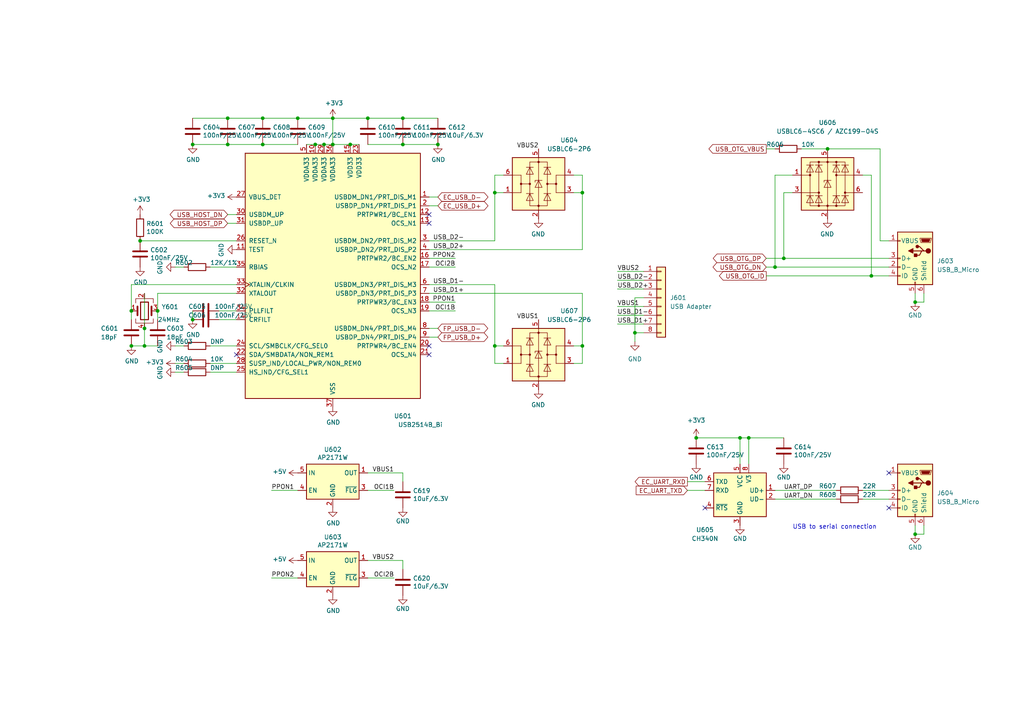
<source format=kicad_sch>
(kicad_sch (version 20210621) (generator eeschema)
  (paper "A4")
  (title_block (title "Lancer Mainboard") (date "2021-10-25") (rev "R0.1") (company "Copyright Modos 2021. / Engineer: Wenting Zhang") (comment 2 "MERCHANTABILITY, SATISFACTORY QUALITY AND FITNESS FOR A PARTICULAR PURPOSE.") (comment 3 "This source is distributed WITHOUT ANY EXPRESS OR IMPLIED WARRANTY, INCLUDING OF") (comment 4 "This source describes Open Hardware and is licensed under the CERN-OHL-S v2."))
  (lib_symbols
    (symbol "Connector:USB_B_Micro" (pin_names (offset 1.016))
      (property "Reference" "J" (at -5.08 11.43 0))
      (property "Value" "USB_B_Micro" (at -5.08 8.89 0))
      (symbol "USB_B_Micro_0_1"
        (circle (center -3.81 2.159) (radius 0.635) (stroke (width 0.254)) (fill (type outline)))
        (circle (center -0.635 3.429) (radius 0.381) (stroke (width 0.254)) (fill (type outline)))
        (rectangle (start -0.127 -7.62) (end 0.127 -6.858))
        (rectangle (start 5.08 -5.207) (end 4.318 -4.953))
        (rectangle (start 5.08 -2.667) (end 4.318 -2.413))
        (rectangle (start 5.08 -0.127) (end 4.318 0.127))
        (rectangle (start 5.08 4.953) (end 4.318 5.207))
        (rectangle (start 0.254 1.27) (end -0.508 0.508) (stroke (width 0.254)) (fill (type outline)))
        (rectangle (start -5.08 -7.62) (end 5.08 7.62) (stroke (width 0.254)) (fill (type background)))
        (polyline (pts (xy -1.905 2.159) (xy 0.635 2.159)) (stroke (width 0.254)))
        (polyline (pts (xy -3.175 2.159) (xy -2.54 2.159) (xy -1.27 3.429) (xy -0.635 3.429)) (stroke (width 0.254)))
        (polyline (pts (xy -2.54 2.159) (xy -1.905 2.159) (xy -1.27 0.889) (xy 0 0.889)) (stroke (width 0.254)))
        (polyline (pts (xy -4.699 5.842) (xy -4.699 5.588) (xy -4.445 4.826) (xy -4.445 4.572) (xy -1.651 4.572) (xy -1.651 4.826) (xy -1.397 5.588) (xy -1.397 5.842) (xy -4.699 5.842)))
        (polyline (pts (xy 0.635 2.794) (xy 0.635 1.524) (xy 1.905 2.159) (xy 0.635 2.794)) (stroke (width 0.254)) (fill (type outline)))
        (polyline (pts (xy -4.318 5.588) (xy -1.778 5.588) (xy -2.032 4.826) (xy -4.064 4.826) (xy -4.318 5.588)) (fill (type outline)))
      )
      (symbol "USB_B_Micro_1_1"
        (pin power_out line (at 7.62 5.08 180) (length 2.54) (name "VBUS") (number "1"))
        (pin bidirectional line (at 7.62 -2.54 180) (length 2.54) (name "D-") (number "2"))
        (pin bidirectional line (at 7.62 0 180) (length 2.54) (name "D+") (number "3"))
        (pin passive line (at 7.62 -5.08 180) (length 2.54) (name "ID") (number "4"))
        (pin power_out line (at 0 -10.16 90) (length 2.54) (name "GND") (number "5"))
        (pin passive line (at -2.54 -10.16 90) (length 2.54) (name "Shield") (number "6"))
      )
    )
    (symbol "Connector_Generic:Conn_01x08" (pin_names (offset 1.016) hide)
      (property "Reference" "J" (at 0 10.16 0))
      (property "Value" "Conn_01x08" (at 0 -12.7 0))
      (symbol "Conn_01x08_1_1"
        (rectangle (start -1.27 -10.033) (end 0 -10.287) (stroke (width 0.1524)))
        (rectangle (start -1.27 -7.493) (end 0 -7.747) (stroke (width 0.1524)))
        (rectangle (start -1.27 -4.953) (end 0 -5.207) (stroke (width 0.1524)))
        (rectangle (start -1.27 -2.413) (end 0 -2.667) (stroke (width 0.1524)))
        (rectangle (start -1.27 0.127) (end 0 -0.127) (stroke (width 0.1524)))
        (rectangle (start -1.27 2.667) (end 0 2.413) (stroke (width 0.1524)))
        (rectangle (start -1.27 5.207) (end 0 4.953) (stroke (width 0.1524)))
        (rectangle (start -1.27 7.747) (end 0 7.493) (stroke (width 0.1524)))
        (rectangle (start -1.27 8.89) (end 1.27 -11.43) (stroke (width 0.254)) (fill (type background)))
        (pin passive line (at -5.08 7.62 0) (length 3.81) (name "Pin_1") (number "1"))
        (pin passive line (at -5.08 5.08 0) (length 3.81) (name "Pin_2") (number "2"))
        (pin passive line (at -5.08 2.54 0) (length 3.81) (name "Pin_3") (number "3"))
        (pin passive line (at -5.08 0 0) (length 3.81) (name "Pin_4") (number "4"))
        (pin passive line (at -5.08 -2.54 0) (length 3.81) (name "Pin_5") (number "5"))
        (pin passive line (at -5.08 -5.08 0) (length 3.81) (name "Pin_6") (number "6"))
        (pin passive line (at -5.08 -7.62 0) (length 3.81) (name "Pin_7") (number "7"))
        (pin passive line (at -5.08 -10.16 0) (length 3.81) (name "Pin_8") (number "8"))
      )
    )
    (symbol "Device:C" (pin_numbers hide) (pin_names (offset 0.254))
      (property "Reference" "C" (at 0.635 2.54 0))
      (property "Value" "C" (at 0.635 -2.54 0))
      (symbol "C_0_1"
        (polyline (pts (xy -2.032 -0.762) (xy 2.032 -0.762)) (stroke (width 0.508)))
        (polyline (pts (xy -2.032 0.762) (xy 2.032 0.762)) (stroke (width 0.508)))
      )
      (symbol "C_1_1"
        (pin passive line (at 0 3.81 270) (length 2.794) (name "~") (number "1"))
        (pin passive line (at 0 -3.81 90) (length 2.794) (name "~") (number "2"))
      )
    )
    (symbol "Device:Crystal_GND24" (pin_names (offset 1.016) hide)
      (property "Reference" "Y" (at 3.175 5.08 0))
      (property "Value" "Crystal_GND24" (at 3.175 3.175 0))
      (symbol "Crystal_GND24_0_1"
        (rectangle (start -1.143 2.54) (end 1.143 -2.54) (stroke (width 0.3048)))
        (polyline (pts (xy -2.54 0) (xy -2.032 0)))
        (polyline (pts (xy -2.032 -1.27) (xy -2.032 1.27)) (stroke (width 0.508)))
        (polyline (pts (xy 0 -3.81) (xy 0 -3.556)))
        (polyline (pts (xy 0 3.556) (xy 0 3.81)))
        (polyline (pts (xy 2.032 -1.27) (xy 2.032 1.27)) (stroke (width 0.508)))
        (polyline (pts (xy 2.032 0) (xy 2.54 0)))
        (polyline (pts (xy -2.54 -2.286) (xy -2.54 -3.556) (xy 2.54 -3.556) (xy 2.54 -2.286)))
        (polyline (pts (xy -2.54 2.286) (xy -2.54 3.556) (xy 2.54 3.556) (xy 2.54 2.286)))
      )
      (symbol "Crystal_GND24_1_1"
        (pin passive line (at -3.81 0 0) (length 1.27) (name "1") (number "1"))
        (pin passive line (at 0 5.08 270) (length 1.27) (name "2") (number "2"))
        (pin passive line (at 3.81 0 180) (length 1.27) (name "3") (number "3"))
        (pin passive line (at 0 -5.08 90) (length 1.27) (name "4") (number "4"))
      )
    )
    (symbol "Device:R" (pin_numbers hide) (pin_names (offset 0))
      (property "Reference" "R" (at 2.032 0 90))
      (property "Value" "R" (at 0 0 90))
      (symbol "R_0_1"
        (rectangle (start -1.016 -2.54) (end 1.016 2.54) (stroke (width 0.254)))
      )
      (symbol "R_1_1"
        (pin passive line (at 0 3.81 270) (length 1.27) (name "~") (number "1"))
        (pin passive line (at 0 -3.81 90) (length 1.27) (name "~") (number "2"))
      )
    )
    (symbol "Interface_USB:USB2514B_Bi" (pin_names (offset 1.016))
      (property "Reference" "U" (at -17.78 40.64 0))
      (property "Value" "USB2514B_Bi" (at -20.32 38.1 0))
      (symbol "USB2514B_Bi_0_1"
        (rectangle (start -25.4 35.56) (end 25.4 -35.56) (stroke (width 0.254)) (fill (type background)))
      )
      (symbol "USB2514B_Bi_1_1"
        (pin bidirectional line (at 27.94 22.86 180) (length 2.54) (name "USBDM_DN1/PRT_DIS_M1") (number "1"))
        (pin power_in line (at -5.08 38.1 270) (length 2.54) (name "VDDA33") (number "10"))
        (pin input line (at -27.94 7.62 0) (length 2.54) (name "TEST") (number "11"))
        (pin bidirectional line (at 27.94 17.78 180) (length 2.54) (name "PRTPWR1/BC_EN1") (number "12"))
        (pin input line (at 27.94 15.24 180) (length 2.54) (name "OCS_N1") (number "13"))
        (pin input line (at -27.94 -12.7 0) (length 2.54) (name "CRFILT") (number "14"))
        (pin power_in line (at 5.08 38.1 270) (length 2.54) (name "VDD33") (number "15"))
        (pin bidirectional line (at 27.94 5.08 180) (length 2.54) (name "PRTPWR2/BC_EN2") (number "16"))
        (pin input line (at 27.94 2.54 180) (length 2.54) (name "OCS_N2") (number "17"))
        (pin bidirectional line (at 27.94 -7.62 180) (length 2.54) (name "PRTPWR3/BC_EN3") (number "18"))
        (pin input line (at 27.94 -10.16 180) (length 2.54) (name "OCS_N3") (number "19"))
        (pin bidirectional line (at 27.94 20.32 180) (length 2.54) (name "USBDP_DN1/PRT_DIS_P1") (number "2"))
        (pin bidirectional line (at 27.94 -20.32 180) (length 2.54) (name "PRTPWR4/BC_EN4") (number "20"))
        (pin input line (at 27.94 -22.86 180) (length 2.54) (name "OCS_N4") (number "21"))
        (pin bidirectional line (at -27.94 -22.86 0) (length 2.54) (name "SDA/SMBDATA/NON_REM1") (number "22"))
        (pin power_in line (at 7.62 38.1 270) (length 2.54) (name "VDD33") (number "23"))
        (pin bidirectional line (at -27.94 -20.32 0) (length 2.54) (name "SCL/SMBCLK/CFG_SEL0") (number "24"))
        (pin bidirectional line (at -27.94 -27.94 0) (length 2.54) (name "HS_IND/CFG_SEL1") (number "25"))
        (pin input line (at -27.94 10.16 0) (length 2.54) (name "RESET_N") (number "26"))
        (pin input line (at -27.94 22.86 0) (length 2.54) (name "VBUS_DET") (number "27"))
        (pin bidirectional line (at -27.94 -25.4 0) (length 2.54) (name "SUSP_IND/LOCAL_PWR/NON_REM0") (number "28"))
        (pin power_in line (at -2.54 38.1 270) (length 2.54) (name "VDDA33") (number "29"))
        (pin bidirectional line (at 27.94 10.16 180) (length 2.54) (name "USBDM_DN2/PRT_DIS_M2") (number "3"))
        (pin bidirectional line (at -27.94 17.78 0) (length 2.54) (name "USBDM_UP") (number "30"))
        (pin bidirectional line (at -27.94 15.24 0) (length 2.54) (name "USBDP_UP") (number "31"))
        (pin output line (at -27.94 -5.08 0) (length 2.54) (name "XTALOUT") (number "32"))
        (pin input clock (at -27.94 -2.54 0) (length 2.54) (name "XTALIN/CLKIN") (number "33"))
        (pin input line (at -27.94 -10.16 0) (length 2.54) (name "PLLFILT") (number "34"))
        (pin input line (at -27.94 2.54 0) (length 2.54) (name "RBIAS") (number "35"))
        (pin power_in line (at 0 38.1 270) (length 2.54) (name "VDDA33") (number "36"))
        (pin power_in line (at 0 -38.1 90) (length 2.54) (name "VSS") (number "37"))
        (pin bidirectional line (at 27.94 7.62 180) (length 2.54) (name "USBDP_DN2/PRT_DIS_P2") (number "4"))
        (pin power_in line (at -7.62 38.1 270) (length 2.54) (name "VDDA33") (number "5"))
        (pin bidirectional line (at 27.94 -2.54 180) (length 2.54) (name "USBDM_DN3/PRT_DIS_M3") (number "6"))
        (pin bidirectional line (at 27.94 -5.08 180) (length 2.54) (name "USBDP_DN3/PRT_DIS_P3") (number "7"))
        (pin bidirectional line (at 27.94 -15.24 180) (length 2.54) (name "USBDM_DN4/PRT_DIS_M4") (number "8"))
        (pin bidirectional line (at 27.94 -17.78 180) (length 2.54) (name "USBDP_DN4/PRT_DIS_P4") (number "9"))
      )
    )
    (symbol "Power_Management:AP2171W"
      (property "Reference" "U" (at -7.62 -6.35 0))
      (property "Value" "AP2171W" (at -7.62 6.35 0))
      (symbol "AP2171W_0_1"
        (rectangle (start -7.62 5.08) (end 7.62 -5.08) (stroke (width 0.254)) (fill (type background)))
      )
      (symbol "AP2171W_1_1"
        (pin power_out line (at 10.16 2.54 180) (length 2.54) (name "OUT") (number "1"))
        (pin power_in line (at 0 -7.62 90) (length 2.54) (name "GND") (number "2"))
        (pin open_collector line (at 10.16 -2.54 180) (length 2.54) (name "~{FLG}") (number "3"))
        (pin input line (at -10.16 -2.54 0) (length 2.54) (name "EN") (number "4"))
        (pin power_in line (at -10.16 2.54 0) (length 2.54) (name "IN") (number "5"))
      )
    )
    (symbol "Power_Protection:USBLC6-2P6" (pin_names hide)
      (property "Reference" "U" (at 2.54 8.89 0))
      (property "Value" "USBLC6-2P6" (at 2.54 -8.89 0))
      (symbol "USBLC6-2P6_0_1"
        (circle (center -5.08 0) (radius 0.254) (fill (type outline)))
        (circle (center -2.54 0) (radius 0.254) (fill (type outline)))
        (circle (center 0 -6.35) (radius 0.254) (fill (type outline)))
        (circle (center 0 6.35) (radius 0.254) (fill (type outline)))
        (circle (center 2.54 0) (radius 0.254) (fill (type outline)))
        (circle (center 5.08 0) (radius 0.254) (fill (type outline)))
        (rectangle (start -2.54 6.35) (end 2.54 -6.35))
        (rectangle (start -7.62 -7.62) (end 7.62 7.62) (stroke (width 0.254)) (fill (type background)))
        (polyline (pts (xy -5.08 -2.54) (xy -7.62 -2.54)))
        (polyline (pts (xy -5.08 0) (xy -5.08 -2.54)))
        (polyline (pts (xy -5.08 2.54) (xy -7.62 2.54)))
        (polyline (pts (xy -1.524 -2.794) (xy -3.556 -2.794)))
        (polyline (pts (xy -1.524 4.826) (xy -3.556 4.826)))
        (polyline (pts (xy 0 -7.62) (xy 0 -6.35)))
        (polyline (pts (xy 0 -6.35) (xy 0 1.27)))
        (polyline (pts (xy 0 1.27) (xy 0 6.35)))
        (polyline (pts (xy 0 6.35) (xy 0 7.62)))
        (polyline (pts (xy 1.524 -2.794) (xy 3.556 -2.794)))
        (polyline (pts (xy 1.524 4.826) (xy 3.556 4.826)))
        (polyline (pts (xy 5.08 -2.54) (xy 7.62 -2.54)))
        (polyline (pts (xy 5.08 0) (xy 5.08 -2.54)))
        (polyline (pts (xy 5.08 2.54) (xy 7.62 2.54)))
        (polyline (pts (xy -2.54 0) (xy -5.08 0) (xy -5.08 2.54)))
        (polyline (pts (xy 2.54 0) (xy 5.08 0) (xy 5.08 2.54)))
        (polyline (pts (xy -3.556 -4.826) (xy -1.524 -4.826) (xy -2.54 -2.794) (xy -3.556 -4.826)))
        (polyline (pts (xy -3.556 2.794) (xy -1.524 2.794) (xy -2.54 4.826) (xy -3.556 2.794)))
        (polyline (pts (xy -1.016 -1.016) (xy 1.016 -1.016) (xy 0 1.016) (xy -1.016 -1.016)))
        (polyline (pts (xy 1.016 1.016) (xy 0.762 1.016) (xy -1.016 1.016) (xy -1.016 0.508)))
        (polyline (pts (xy 3.556 -4.826) (xy 1.524 -4.826) (xy 2.54 -2.794) (xy 3.556 -4.826)))
        (polyline (pts (xy 3.556 2.794) (xy 1.524 2.794) (xy 2.54 4.826) (xy 3.556 2.794)))
      )
      (symbol "USBLC6-2P6_1_1"
        (pin passive line (at -10.16 -2.54 0) (length 2.54) (name "I/O1") (number "1"))
        (pin passive line (at 0 -10.16 90) (length 2.54) (name "GND") (number "2"))
        (pin passive line (at 10.16 -2.54 180) (length 2.54) (name "I/O2") (number "3"))
        (pin passive line (at 10.16 2.54 180) (length 2.54) (name "I/O2") (number "4"))
        (pin passive line (at 0 10.16 270) (length 2.54) (name "VBUS") (number "5"))
        (pin passive line (at -10.16 2.54 0) (length 2.54) (name "I/O1") (number "6"))
      )
    )
    (symbol "Power_Protection:USBLC6-4SC6" (pin_names hide)
      (property "Reference" "U" (at 2.54 8.89 0))
      (property "Value" "USBLC6-4SC6" (at 2.54 -8.89 0))
      (symbol "USBLC6-4SC6_0_1"
        (circle (center -5.08 2.54) (radius 0.254) (fill (type outline)))
        (circle (center -2.54 -6.35) (radius 0.254) (fill (type outline)))
        (circle (center -2.54 -2.54) (radius 0.254) (fill (type outline)))
        (circle (center -2.54 6.35) (radius 0.254) (fill (type outline)))
        (circle (center 0 -6.35) (radius 0.254) (fill (type outline)))
        (circle (center 0 6.35) (radius 0.254) (fill (type outline)))
        (circle (center 2.54 -6.35) (radius 0.254) (fill (type outline)))
        (circle (center 2.54 2.54) (radius 0.254) (fill (type outline)))
        (circle (center 2.54 6.35) (radius 0.254) (fill (type outline)))
        (circle (center 5.08 -2.54) (radius 0.254) (fill (type outline)))
        (rectangle (start -2.54 6.35) (end 2.54 -6.35))
        (rectangle (start -7.62 -7.62) (end 7.62 7.62) (stroke (width 0.254)) (fill (type background)))
        (polyline (pts (xy -5.08 2.54) (xy -7.62 2.54)))
        (polyline (pts (xy -4.064 -3.429) (xy -6.096 -3.429)))
        (polyline (pts (xy -4.064 5.461) (xy -6.096 5.461)))
        (polyline (pts (xy -2.54 -2.54) (xy -7.62 -2.54)))
        (polyline (pts (xy -1.524 -3.429) (xy -3.556 -3.429)))
        (polyline (pts (xy -1.524 5.461) (xy -3.556 5.461)))
        (polyline (pts (xy 0 -7.62) (xy 0 -6.35)))
        (polyline (pts (xy 0 -6.35) (xy 0 1.27)))
        (polyline (pts (xy 0 1.27) (xy 0 6.35)))
        (polyline (pts (xy 0 6.35) (xy 0 7.62)))
        (polyline (pts (xy 1.524 -3.429) (xy 3.556 -3.429)))
        (polyline (pts (xy 1.524 5.461) (xy 3.556 5.461)))
        (polyline (pts (xy 2.54 2.54) (xy 7.62 2.54)))
        (polyline (pts (xy 4.064 -3.429) (xy 6.096 -3.429)))
        (polyline (pts (xy 4.064 5.461) (xy 6.096 5.461)))
        (polyline (pts (xy 5.08 -2.54) (xy 7.62 -2.54)))
        (polyline (pts (xy -6.096 -5.461) (xy -4.064 -5.461) (xy -5.08 -3.429) (xy -6.096 -5.461)))
        (polyline (pts (xy -6.096 3.429) (xy -4.064 3.429) (xy -5.08 5.461) (xy -6.096 3.429)))
        (polyline (pts (xy -3.556 -5.461) (xy -1.524 -5.461) (xy -2.54 -3.429) (xy -3.556 -5.461)))
        (polyline (pts (xy -3.556 3.429) (xy -1.524 3.429) (xy -2.54 5.461) (xy -3.556 3.429)))
        (polyline (pts (xy -2.54 6.35) (xy -5.08 6.35) (xy -5.08 -6.35) (xy -2.54 -6.35)))
        (polyline (pts (xy -1.016 -1.016) (xy 1.016 -1.016) (xy 0 1.016) (xy -1.016 -1.016)))
        (polyline (pts (xy 1.016 1.016) (xy 0.762 1.016) (xy -1.016 1.016) (xy -1.016 0.508)))
        (polyline (pts (xy 2.54 6.35) (xy 5.08 6.35) (xy 5.08 -6.35) (xy 2.54 -6.35)))
        (polyline (pts (xy 3.556 -5.461) (xy 1.524 -5.461) (xy 2.54 -3.429) (xy 3.556 -5.461)))
        (polyline (pts (xy 3.556 3.429) (xy 1.524 3.429) (xy 2.54 5.461) (xy 3.556 3.429)))
        (polyline (pts (xy 6.096 -5.461) (xy 4.064 -5.461) (xy 5.08 -3.429) (xy 6.096 -5.461)))
        (polyline (pts (xy 6.096 3.429) (xy 4.064 3.429) (xy 5.08 5.461) (xy 6.096 3.429)))
      )
      (symbol "USBLC6-4SC6_1_1"
        (pin passive line (at -10.16 2.54 0) (length 2.54) (name "I/O1") (number "1"))
        (pin passive line (at 0 -10.16 90) (length 2.54) (name "GND") (number "2"))
        (pin passive line (at -10.16 -2.54 0) (length 2.54) (name "I/O2") (number "3"))
        (pin passive line (at 10.16 2.54 180) (length 2.54) (name "I/O3") (number "4"))
        (pin passive line (at 0 10.16 270) (length 2.54) (name "VBUS") (number "5"))
        (pin passive line (at 10.16 -2.54 180) (length 2.54) (name "I/O4") (number "6"))
      )
    )
    (symbol "power:+3V3" (power) (pin_names (offset 0))
      (property "Value" "+3V3" (at 0 3.556 0))
      (symbol "+3V3_0_1"
        (polyline (pts (xy -0.762 1.27) (xy 0 2.54)))
        (polyline (pts (xy 0 0) (xy 0 2.54)))
        (polyline (pts (xy 0 2.54) (xy 0.762 1.27)))
      )
      (symbol "+3V3_1_1"
        (pin power_in line (at 0 0 90) (length 0) hide (name "+3V3") (number "1"))
      )
    )
    (symbol "power:+5V" (power) (pin_names (offset 0))
      (property "Value" "+5V" (at 0 3.556 0))
      (symbol "+5V_0_1"
        (polyline (pts (xy -0.762 1.27) (xy 0 2.54)))
        (polyline (pts (xy 0 0) (xy 0 2.54)))
        (polyline (pts (xy 0 2.54) (xy 0.762 1.27)))
      )
      (symbol "+5V_1_1"
        (pin power_in line (at 0 0 90) (length 0) hide (name "+5V") (number "1"))
      )
    )
    (symbol "power:GND" (power) (pin_names (offset 0))
      (property "Value" "GND" (at 0 -3.81 0))
      (symbol "GND_0_1"
        (polyline (pts (xy 0 0) (xy 0 -1.27) (xy 1.27 -1.27) (xy 0 -2.54) (xy -1.27 -1.27) (xy 0 -1.27)))
      )
      (symbol "GND_1_1"
        (pin power_in line (at 0 0 270) (length 0) hide (name "GND") (number "1"))
      )
    )
    (symbol "symbols:CH340N"
      (property "Reference" "U" (at -5.08 8.89 0))
      (property "Value" "CH340N" (at 1.27 8.89 0))
      (symbol "CH340N_0_1"
        (rectangle (start -7.62 7.62) (end 7.62 -5.08) (stroke (width 0.254)) (fill (type background)))
      )
      (symbol "CH340N_1_1"
        (pin bidirectional line (at -10.16 2.54 0) (length 2.54) (name "UD+") (number "1"))
        (pin bidirectional line (at -10.16 0 0) (length 2.54) (name "UD-") (number "2"))
        (pin power_in line (at 0 -7.62 90) (length 2.54) (name "GND") (number "3"))
        (pin output line (at 10.16 -2.54 180) (length 2.54) (name "~{RTS}") (number "4"))
        (pin power_in line (at 0 10.16 270) (length 2.54) (name "VCC") (number "5"))
        (pin output line (at 10.16 5.08 180) (length 2.54) (name "TXD") (number "6"))
        (pin input line (at 10.16 2.54 180) (length 2.54) (name "RXD") (number "7"))
        (pin passive line (at -2.54 10.16 270) (length 2.54) (name "V3") (number "8"))
      )
    )
  )
  (junction (at 38.1 90.17) (diameter 0.9144))
  (junction (at 38.1 100.33) (diameter 0.9144))
  (junction (at 40.64 69.85) (diameter 0.9144))
  (junction (at 41.91 95.25) (diameter 0.9144))
  (junction (at 41.91 100.33) (diameter 0.9144))
  (junction (at 45.72 90.17) (diameter 0.9144))
  (junction (at 55.88 41.91) (diameter 0.9144))
  (junction (at 55.88 92.71) (diameter 0.9144))
  (junction (at 66.04 34.29) (diameter 0.9144))
  (junction (at 66.04 41.91) (diameter 0.9144))
  (junction (at 76.2 34.29) (diameter 0.9144))
  (junction (at 76.2 41.91) (diameter 0.9144))
  (junction (at 86.36 34.29) (diameter 0.9144))
  (junction (at 91.44 41.91) (diameter 0.9144))
  (junction (at 93.98 41.91) (diameter 0.9144))
  (junction (at 96.52 34.29) (diameter 0.9144))
  (junction (at 96.52 41.91) (diameter 0.9144))
  (junction (at 101.6 41.91) (diameter 0.9144))
  (junction (at 106.68 34.29) (diameter 0.9144))
  (junction (at 116.84 34.29) (diameter 0.9144))
  (junction (at 116.84 41.91) (diameter 0.9144))
  (junction (at 127 41.91) (diameter 0.9144))
  (junction (at 143.51 55.88))
  (junction (at 143.51 100.33))
  (junction (at 168.91 55.88))
  (junction (at 168.91 100.33))
  (junction (at 184.15 96.52))
  (junction (at 201.93 127))
  (junction (at 214.63 127))
  (junction (at 217.17 127))
  (junction (at 224.79 77.47))
  (junction (at 227.33 74.93))
  (junction (at 240.03 43.18))
  (junction (at 252.73 80.01))
  (junction (at 265.43 87.63) (diameter 0.9144))
  (junction (at 265.43 154.94) (diameter 0.9144))
  (no_connect (at 68.58 102.87))
  (no_connect (at 124.46 62.23))
  (no_connect (at 124.46 64.77))
  (no_connect (at 124.46 100.33))
  (no_connect (at 124.46 102.87))
  (no_connect (at 204.47 147.32))
  (no_connect (at 257.81 137.16))
  (no_connect (at 257.81 147.32))
  (wire (pts (xy 38.1 82.55) (xy 38.1 90.17)))
  (wire (pts (xy 38.1 92.71) (xy 38.1 90.17)))
  (wire (pts (xy 38.1 100.33) (xy 41.91 100.33)))
  (wire (pts (xy 40.64 69.85) (xy 68.58 69.85)))
  (wire (pts (xy 41.91 85.09) (xy 41.91 95.25)))
  (wire (pts (xy 41.91 95.25) (xy 41.91 100.33)))
  (wire (pts (xy 41.91 100.33) (xy 45.72 100.33)))
  (wire (pts (xy 45.72 85.09) (xy 68.58 85.09)))
  (wire (pts (xy 45.72 90.17) (xy 45.72 85.09)))
  (wire (pts (xy 45.72 92.71) (xy 45.72 90.17)))
  (wire (pts (xy 53.34 77.47) (xy 50.8 77.47)))
  (wire (pts (xy 53.34 100.33) (xy 50.8 100.33)))
  (wire (pts (xy 53.34 105.41) (xy 50.8 105.41)))
  (wire (pts (xy 53.34 107.95) (xy 50.8 107.95)))
  (wire (pts (xy 55.88 90.17) (xy 55.88 92.71)))
  (wire (pts (xy 60.96 77.47) (xy 68.58 77.47)))
  (wire (pts (xy 60.96 100.33) (xy 68.58 100.33)))
  (wire (pts (xy 60.96 105.41) (xy 68.58 105.41)))
  (wire (pts (xy 60.96 107.95) (xy 68.58 107.95)))
  (wire (pts (xy 63.5 90.17) (xy 68.58 90.17)))
  (wire (pts (xy 63.5 92.71) (xy 68.58 92.71)))
  (wire (pts (xy 66.04 34.29) (xy 55.88 34.29)))
  (wire (pts (xy 66.04 41.91) (xy 55.88 41.91)))
  (wire (pts (xy 68.58 62.23) (xy 66.04 62.23)))
  (wire (pts (xy 68.58 64.77) (xy 66.04 64.77)))
  (wire (pts (xy 68.58 82.55) (xy 38.1 82.55)))
  (wire (pts (xy 76.2 34.29) (xy 66.04 34.29)))
  (wire (pts (xy 76.2 41.91) (xy 66.04 41.91)))
  (wire (pts (xy 78.74 142.24) (xy 86.36 142.24)))
  (wire (pts (xy 78.74 167.64) (xy 86.36 167.64)))
  (wire (pts (xy 86.36 34.29) (xy 76.2 34.29)))
  (wire (pts (xy 86.36 34.29) (xy 96.52 34.29)))
  (wire (pts (xy 86.36 41.91) (xy 76.2 41.91)))
  (wire (pts (xy 91.44 41.91) (xy 88.9 41.91)))
  (wire (pts (xy 93.98 41.91) (xy 91.44 41.91)))
  (wire (pts (xy 93.98 41.91) (xy 96.52 41.91)))
  (wire (pts (xy 96.52 41.91) (xy 96.52 34.29)))
  (wire (pts (xy 96.52 41.91) (xy 101.6 41.91)))
  (wire (pts (xy 101.6 41.91) (xy 104.14 41.91)))
  (wire (pts (xy 106.68 34.29) (xy 96.52 34.29)))
  (wire (pts (xy 106.68 41.91) (xy 116.84 41.91)))
  (wire (pts (xy 106.68 137.16) (xy 116.84 137.16)))
  (wire (pts (xy 106.68 162.56) (xy 116.84 162.56)))
  (wire (pts (xy 114.3 142.24) (xy 106.68 142.24)))
  (wire (pts (xy 114.3 167.64) (xy 106.68 167.64)))
  (wire (pts (xy 116.84 34.29) (xy 106.68 34.29)))
  (wire (pts (xy 116.84 41.91) (xy 127 41.91)))
  (wire (pts (xy 116.84 137.16) (xy 116.84 139.7)))
  (wire (pts (xy 116.84 162.56) (xy 116.84 165.1)))
  (wire (pts (xy 124.46 69.85) (xy 143.51 69.85)))
  (wire (pts (xy 124.46 72.39) (xy 168.91 72.39)))
  (wire (pts (xy 124.46 82.55) (xy 143.51 82.55)))
  (wire (pts (xy 124.46 85.09) (xy 168.91 85.09)))
  (wire (pts (xy 127 34.29) (xy 116.84 34.29)))
  (wire (pts (xy 127 57.15) (xy 124.46 57.15)))
  (wire (pts (xy 127 59.69) (xy 124.46 59.69)))
  (wire (pts (xy 127 95.25) (xy 124.46 95.25)))
  (wire (pts (xy 127 97.79) (xy 124.46 97.79)))
  (wire (pts (xy 132.08 74.93) (xy 124.46 74.93)))
  (wire (pts (xy 132.08 77.47) (xy 124.46 77.47)))
  (wire (pts (xy 132.08 87.63) (xy 124.46 87.63)))
  (wire (pts (xy 132.08 90.17) (xy 124.46 90.17)))
  (wire (pts (xy 143.51 50.8) (xy 143.51 55.88)))
  (wire (pts (xy 143.51 55.88) (xy 143.51 69.85)))
  (wire (pts (xy 143.51 55.88) (xy 146.05 55.88)))
  (wire (pts (xy 143.51 82.55) (xy 143.51 100.33)))
  (wire (pts (xy 143.51 100.33) (xy 143.51 105.41)))
  (wire (pts (xy 143.51 105.41) (xy 146.05 105.41)))
  (wire (pts (xy 146.05 50.8) (xy 143.51 50.8)))
  (wire (pts (xy 146.05 100.33) (xy 143.51 100.33)))
  (wire (pts (xy 166.37 50.8) (xy 168.91 50.8)))
  (wire (pts (xy 166.37 55.88) (xy 168.91 55.88)))
  (wire (pts (xy 166.37 100.33) (xy 168.91 100.33)))
  (wire (pts (xy 166.37 105.41) (xy 168.91 105.41)))
  (wire (pts (xy 168.91 50.8) (xy 168.91 55.88)))
  (wire (pts (xy 168.91 55.88) (xy 168.91 72.39)))
  (wire (pts (xy 168.91 85.09) (xy 168.91 100.33)))
  (wire (pts (xy 168.91 100.33) (xy 168.91 105.41)))
  (wire (pts (xy 184.15 86.36) (xy 184.15 96.52)))
  (wire (pts (xy 184.15 96.52) (xy 184.15 99.06)))
  (wire (pts (xy 184.15 96.52) (xy 186.69 96.52)))
  (wire (pts (xy 186.69 78.74) (xy 179.07 78.74)))
  (wire (pts (xy 186.69 81.28) (xy 179.07 81.28)))
  (wire (pts (xy 186.69 83.82) (xy 179.07 83.82)))
  (wire (pts (xy 186.69 86.36) (xy 184.15 86.36)))
  (wire (pts (xy 186.69 88.9) (xy 179.07 88.9)))
  (wire (pts (xy 186.69 91.44) (xy 179.07 91.44)))
  (wire (pts (xy 186.69 93.98) (xy 179.07 93.98)))
  (wire (pts (xy 199.39 139.7) (xy 204.47 139.7)))
  (wire (pts (xy 199.39 142.24) (xy 204.47 142.24)))
  (wire (pts (xy 214.63 127) (xy 201.93 127)))
  (wire (pts (xy 214.63 127) (xy 217.17 127)))
  (wire (pts (xy 214.63 134.62) (xy 214.63 127)))
  (wire (pts (xy 217.17 127) (xy 217.17 134.62)))
  (wire (pts (xy 222.25 43.18) (xy 224.79 43.18)))
  (wire (pts (xy 222.25 74.93) (xy 227.33 74.93)))
  (wire (pts (xy 222.25 77.47) (xy 224.79 77.47)))
  (wire (pts (xy 222.25 80.01) (xy 252.73 80.01)))
  (wire (pts (xy 224.79 50.8) (xy 224.79 77.47)))
  (wire (pts (xy 224.79 50.8) (xy 229.87 50.8)))
  (wire (pts (xy 224.79 77.47) (xy 257.81 77.47)))
  (wire (pts (xy 224.79 142.24) (xy 242.57 142.24)))
  (wire (pts (xy 224.79 144.78) (xy 242.57 144.78)))
  (wire (pts (xy 227.33 55.88) (xy 227.33 74.93)))
  (wire (pts (xy 227.33 55.88) (xy 229.87 55.88)))
  (wire (pts (xy 227.33 74.93) (xy 257.81 74.93)))
  (wire (pts (xy 227.33 127) (xy 217.17 127)))
  (wire (pts (xy 232.41 43.18) (xy 240.03 43.18)))
  (wire (pts (xy 240.03 43.18) (xy 255.27 43.18)))
  (wire (pts (xy 250.19 50.8) (xy 252.73 50.8)))
  (wire (pts (xy 250.19 142.24) (xy 257.81 142.24)))
  (wire (pts (xy 250.19 144.78) (xy 257.81 144.78)))
  (wire (pts (xy 252.73 50.8) (xy 252.73 80.01)))
  (wire (pts (xy 252.73 80.01) (xy 257.81 80.01)))
  (wire (pts (xy 255.27 43.18) (xy 255.27 69.85)))
  (wire (pts (xy 255.27 69.85) (xy 257.81 69.85)))
  (wire (pts (xy 265.43 85.09) (xy 265.43 87.63)))
  (wire (pts (xy 265.43 152.4) (xy 265.43 154.94)))
  (wire (pts (xy 267.97 85.09) (xy 267.97 87.63)))
  (wire (pts (xy 267.97 87.63) (xy 265.43 87.63)))
  (wire (pts (xy 267.97 152.4) (xy 267.97 154.94)))
  (wire (pts (xy 267.97 154.94) (xy 265.43 154.94)))
  (text "USB to serial connection" (at 229.87 153.67 0) (effects (font (size 1.27 1.27)) (justify left bottom)))
  (label "PPON1" (at 78.74 142.24 0))
  (label "PPON2" (at 78.74 167.64 0))
  (label "VBUS1" (at 114.3 137.16 180))
  (label "OCI1B" (at 114.3 142.24 180))
  (label "VBUS2" (at 114.3 162.56 180))
  (label "OCI2B" (at 114.3 167.64 180))
  (label "PPON2" (at 132.08 74.93 180))
  (label "OCI2B" (at 132.08 77.47 180))
  (label "PPON1" (at 132.08 87.63 180))
  (label "OCI1B" (at 132.08 90.17 180))
  (label "USB_D2-" (at 134.62 69.85 180))
  (label "USB_D2+" (at 134.62 72.39 180))
  (label "USB_D1-" (at 134.62 82.55 180))
  (label "USB_D1+" (at 134.62 85.09 180))
  (label "VBUS2" (at 156.21 43.18 180))
  (label "VBUS1" (at 156.21 92.71 180))
  (label "VBUS2" (at 179.07 78.74 0))
  (label "USB_D2-" (at 179.07 81.28 0))
  (label "USB_D2+" (at 179.07 83.82 0))
  (label "VBUS1" (at 179.07 88.9 0))
  (label "USB_D1-" (at 179.07 91.44 0))
  (label "USB_D1+" (at 179.07 93.98 0))
  (label "UART_DP" (at 227.33 142.24 0))
  (label "UART_DN" (at 227.33 144.78 0))
  (global_label "USB_HOST_DN" (shape bidirectional) (at 66.04 62.23 180) (property "Intersheet References" "${INTERSHEET_REFS}" (effects hide)))
  (global_label "USB_HOST_DP" (shape bidirectional) (at 66.04 64.77 180) (property "Intersheet References" "${INTERSHEET_REFS}" (effects hide)))
  (global_label "EC_USB_D-" (shape bidirectional) (at 127 57.15 0) (property "Intersheet References" "${INTERSHEET_REFS}" (effects hide)))
  (global_label "EC_USB_D+" (shape bidirectional) (at 127 59.69 0) (property "Intersheet References" "${INTERSHEET_REFS}" (effects hide)))
  (global_label "FP_USB_D-" (shape bidirectional) (at 127 95.25 0) (property "Intersheet References" "${INTERSHEET_REFS}" (effects hide)))
  (global_label "FP_USB_D+" (shape bidirectional) (at 127 97.79 0) (property "Intersheet References" "${INTERSHEET_REFS}" (effects hide)))
  (global_label "EC_UART_RXD" (shape output) (at 199.39 139.7 180) (property "Intersheet References" "${INTERSHEET_REFS}" (effects hide)))
  (global_label "EC_UART_TXD" (shape input) (at 199.39 142.24 180) (property "Intersheet References" "${INTERSHEET_REFS}" (effects hide)))
  (global_label "USB_OTG_VBUS" (shape output) (at 222.25 43.18 180) (property "Intersheet References" "${INTERSHEET_REFS}" (effects hide)))
  (global_label "USB_OTG_DP" (shape bidirectional) (at 222.25 74.93 180) (property "Intersheet References" "${INTERSHEET_REFS}" (effects hide)))
  (global_label "USB_OTG_DN" (shape bidirectional) (at 222.25 77.47 180) (property "Intersheet References" "${INTERSHEET_REFS}" (effects hide)))
  (global_label "USB_OTG_ID" (shape output) (at 222.25 80.01 180) (property "Intersheet References" "${INTERSHEET_REFS}" (effects hide)))
  (symbol (lib_id "power:+3V3") (at 40.64 62.23 0) (unit 1)
    (property "Reference" "#PWR0602" (effects hide))
    (property "Value" "+3V3" (at 41.021 57.8358 0))
  )
  (symbol (lib_id "power:+3V3") (at 50.8 105.41 90) (unit 1)
    (property "Reference" "#PWR0606" (effects hide))
    (property "Value" "+3V3" (at 47.5488 105.029 90) (effects (justify left)))
  )
  (symbol (lib_id "power:+3V3") (at 68.58 57.15 90) (unit 1)
    (property "Reference" "#PWR0610" (effects hide))
    (property "Value" "+3V3" (at 65.3288 56.769 90) (effects (justify left)))
  )
  (symbol (lib_id "power:+5V") (at 86.36 137.16 90) (unit 1)
    (property "Reference" "#PWR0612" (effects hide))
    (property "Value" "+5V" (at 83.1088 136.779 90) (effects (justify left)))
  )
  (symbol (lib_id "power:+5V") (at 86.36 162.56 90) (unit 1)
    (property "Reference" "#PWR0613" (effects hide))
    (property "Value" "+5V" (at 83.1088 162.179 90) (effects (justify left)))
  )
  (symbol (lib_id "power:+3V3") (at 96.52 34.29 0) (unit 1)
    (property "Reference" "#PWR0614" (effects hide))
    (property "Value" "+3V3" (at 96.901 29.8958 0))
  )
  (symbol (lib_id "power:+3V3") (at 201.93 127 0) (unit 1)
    (property "Reference" "#PWR0623" (effects hide))
    (property "Value" "+3V3" (at 201.93 121.92 0))
  )
  (symbol (lib_id "power:GND") (at 38.1 100.33 0) (unit 1)
    (property "Reference" "#PWR0601" (effects hide))
    (property "Value" "GND" (at 38.227 104.7242 0))
  )
  (symbol (lib_id "power:GND") (at 40.64 77.47 0) (unit 1)
    (property "Reference" "#PWR0603" (effects hide))
    (property "Value" "GND" (at 40.767 81.8642 0))
  )
  (symbol (lib_id "power:GND") (at 50.8 77.47 270) (unit 1)
    (property "Reference" "#PWR0604" (effects hide))
    (property "Value" "GND" (at 46.4058 77.597 0))
  )
  (symbol (lib_id "power:GND") (at 50.8 100.33 270) (unit 1)
    (property "Reference" "#PWR0605" (effects hide))
    (property "Value" "GND" (at 46.4058 100.457 0))
  )
  (symbol (lib_id "power:GND") (at 50.8 107.95 270) (unit 1)
    (property "Reference" "#PWR0607" (effects hide))
    (property "Value" "GND" (at 46.4058 108.077 0))
  )
  (symbol (lib_id "power:GND") (at 55.88 41.91 0) (unit 1)
    (property "Reference" "#PWR0608" (effects hide))
    (property "Value" "GND" (at 56.007 46.3042 0))
  )
  (symbol (lib_id "power:GND") (at 55.88 92.71 0) (unit 1)
    (property "Reference" "#PWR0609" (effects hide))
    (property "Value" "GND" (at 56.007 97.1042 0))
  )
  (symbol (lib_id "power:GND") (at 68.58 72.39 270) (unit 1)
    (property "Reference" "#PWR0611" (effects hide))
    (property "Value" "GND" (at 64.1858 72.517 0))
  )
  (symbol (lib_id "power:GND") (at 96.52 118.11 0) (unit 1)
    (property "Reference" "#PWR0615" (effects hide))
    (property "Value" "GND" (at 96.647 122.5042 0))
  )
  (symbol (lib_id "power:GND") (at 96.52 147.32 0) (unit 1)
    (property "Reference" "#PWR0616" (effects hide))
    (property "Value" "GND" (at 96.647 151.7142 0))
  )
  (symbol (lib_id "power:GND") (at 96.52 172.72 0) (unit 1)
    (property "Reference" "#PWR0617" (effects hide))
    (property "Value" "GND" (at 96.647 177.1142 0))
  )
  (symbol (lib_id "power:GND") (at 116.84 147.32 0) (unit 1)
    (property "Reference" "#PWR0159" (effects hide))
    (property "Value" "GND" (at 116.84 151.13 0))
  )
  (symbol (lib_id "power:GND") (at 116.84 172.72 0) (unit 1)
    (property "Reference" "#PWR0158" (effects hide))
    (property "Value" "GND" (at 116.84 176.53 0))
  )
  (symbol (lib_id "power:GND") (at 127 41.91 0) (unit 1)
    (property "Reference" "#PWR0618" (effects hide))
    (property "Value" "GND" (at 127.127 46.3042 0))
  )
  (symbol (lib_id "power:GND") (at 156.21 63.5 0) (mirror y) (unit 1)
    (property "Reference" "#PWR0622" (effects hide))
    (property "Value" "GND" (at 156.083 67.8942 0))
  )
  (symbol (lib_id "power:GND") (at 156.21 113.03 0) (mirror y) (unit 1)
    (property "Reference" "#PWR0116" (effects hide))
    (property "Value" "GND" (at 156.083 117.4242 0))
  )
  (symbol (lib_id "power:GND") (at 184.15 99.06 0) (unit 1)
    (property "Reference" "#PWR0114" (effects hide))
    (property "Value" "GND" (at 184.15 104.14 0))
  )
  (symbol (lib_id "power:GND") (at 201.93 134.62 0) (unit 1)
    (property "Reference" "#PWR0624" (effects hide))
    (property "Value" "GND" (at 201.93 138.43 0))
  )
  (symbol (lib_id "power:GND") (at 214.63 152.4 0) (unit 1)
    (property "Reference" "#PWR0625" (effects hide))
    (property "Value" "GND" (at 214.63 156.21 0))
  )
  (symbol (lib_id "power:GND") (at 227.33 134.62 0) (unit 1)
    (property "Reference" "#PWR0626" (effects hide))
    (property "Value" "GND" (at 227.33 138.43 0))
  )
  (symbol (lib_id "power:GND") (at 240.03 63.5 0) (mirror y) (unit 1)
    (property "Reference" "#PWR0627" (effects hide))
    (property "Value" "GND" (at 239.903 67.8942 0))
  )
  (symbol (lib_id "power:GND") (at 265.43 87.63 0) (unit 1)
    (property "Reference" "#PWR0628" (effects hide))
    (property "Value" "GND" (at 265.43 91.44 0))
  )
  (symbol (lib_id "power:GND") (at 265.43 154.94 0) (unit 1)
    (property "Reference" "#PWR0629" (effects hide))
    (property "Value" "GND" (at 265.43 158.75 0))
  )
  (symbol (lib_id "Device:R") (at 40.64 66.04 0) (unit 1)
    (property "Reference" "R601" (at 42.418 64.8716 0) (effects (justify left)))
    (property "Value" "100K" (at 42.418 67.183 0) (effects (justify left)))
    (property "Footprint" "Resistor_SMD:R_0402_1005Metric" (effects hide))
    (property "LCSC" "C106234" (effects hide))
    (property "Ref.Price" "0.0006" (effects hide))
  )
  (symbol (lib_id "Device:R") (at 57.15 77.47 270) (mirror x) (unit 1)
    (property "Reference" "R602" (at 50.8 76.2 90) (effects (justify left)))
    (property "Value" "12K/1%" (at 60.96 76.2 90) (effects (justify left)))
    (property "Footprint" "Resistor_SMD:R_0402_1005Metric" (effects hide))
    (property "LCSC" "C114760" (effects hide))
    (property "Ref.Price" "0.0008" (effects hide))
  )
  (symbol (lib_id "Device:R") (at 57.15 100.33 270) (mirror x) (unit 1)
    (property "Reference" "R603" (at 50.8 99.06 90) (effects (justify left)))
    (property "Value" "DNP" (at 60.96 99.06 90) (effects (justify left)))
    (property "Footprint" "Resistor_SMD:R_0402_1005Metric" (effects hide))
    (property "LCSC" "-" (effects hide))
    (property "Ref.Price" "0" (effects hide))
  )
  (symbol (lib_id "Device:R") (at 57.15 105.41 270) (mirror x) (unit 1)
    (property "Reference" "R604" (at 50.8 104.14 90) (effects (justify left)))
    (property "Value" "10K" (at 60.96 104.14 90) (effects (justify left)))
    (property "Footprint" "Resistor_SMD:R_0402_1005Metric" (effects hide))
    (property "LCSC" "C60489" (effects hide))
    (property "Ref.Price" "0.0006" (effects hide))
  )
  (symbol (lib_id "Device:R") (at 57.15 107.95 270) (mirror x) (unit 1)
    (property "Reference" "R605" (at 50.8 106.68 90) (effects (justify left)))
    (property "Value" "DNP" (at 60.96 106.68 90) (effects (justify left)))
    (property "Footprint" "Resistor_SMD:R_0402_1005Metric" (effects hide))
    (property "LCSC" "-" (effects hide))
    (property "Ref.Price" "0" (effects hide))
  )
  (symbol (lib_id "Device:R") (at 228.6 43.18 270) (mirror x) (unit 1)
    (property "Reference" "R606" (at 222.25 41.91 90) (effects (justify left)))
    (property "Value" "10K" (at 232.41 41.91 90) (effects (justify left)))
    (property "Footprint" "Resistor_SMD:R_0402_1005Metric" (effects hide))
    (property "LCSC" "C60489" (effects hide))
    (property "Ref.Price" "0.0006" (effects hide))
  )
  (symbol (lib_id "Device:R") (at 246.38 142.24 270) (mirror x) (unit 1)
    (property "Reference" "R607" (at 237.49 140.97 90) (effects (justify left)))
    (property "Value" "22R" (at 250.19 140.97 90) (effects (justify left)))
    (property "Footprint" "Resistor_SMD:R_0402_1005Metric" (effects hide))
    (property "LCSC" "C93929" (effects hide))
    (property "Ref.Price" "0.002" (effects hide))
  )
  (symbol (lib_id "Device:R") (at 246.38 144.78 270) (mirror x) (unit 1)
    (property "Reference" "R608" (at 237.49 143.51 90) (effects (justify left)))
    (property "Value" "22R" (at 250.19 143.51 90) (effects (justify left)))
    (property "Footprint" "Resistor_SMD:R_0402_1005Metric" (effects hide))
    (property "LCSC" "C93929" (effects hide))
    (property "Ref.Price" "0.002" (effects hide))
  )
  (symbol (lib_id "Device:C") (at 38.1 96.52 0) (mirror x) (unit 1)
    (property "Reference" "C601" (at 29.21 95.25 0) (effects (justify left)))
    (property "Value" "18pF" (at 29.21 97.79 0) (effects (justify left)))
    (property "Footprint" "Capacitor_SMD:C_0402_1005Metric" (effects hide))
    (property "LCSC" "C182481" (effects hide))
    (property "Ref.Price" "0.0061" (effects hide))
  )
  (symbol (lib_id "Device:C") (at 40.64 73.66 0) (unit 1)
    (property "Reference" "C602" (at 43.561 72.4916 0) (effects (justify left)))
    (property "Value" "100nF/25V" (at 43.561 74.803 0) (effects (justify left)))
    (property "Footprint" "Capacitor_SMD:C_0402_1005Metric" (effects hide))
    (property "LCSC" "C56392" (effects hide))
    (property "Ref.Price" "0.0023" (effects hide))
  )
  (symbol (lib_id "Device:C") (at 45.72 96.52 0) (mirror x) (unit 1)
    (property "Reference" "C603" (at 48.26 95.25 0) (effects (justify left)))
    (property "Value" "18pF" (at 48.26 97.79 0) (effects (justify left)))
    (property "Footprint" "Capacitor_SMD:C_0402_1005Metric" (effects hide))
    (property "LCSC" "C182481" (effects hide))
    (property "Ref.Price" "0.0061" (effects hide))
  )
  (symbol (lib_id "Device:C") (at 55.88 38.1 0) (unit 1)
    (property "Reference" "C604" (at 58.801 36.9316 0) (effects (justify left)))
    (property "Value" "100nF/25V" (at 58.801 39.243 0) (effects (justify left)))
    (property "Footprint" "Capacitor_SMD:C_0402_1005Metric" (effects hide))
    (property "LCSC" "C56392" (effects hide))
    (property "Ref.Price" "0.0023" (effects hide))
  )
  (symbol (lib_id "Device:C") (at 59.69 90.17 270) (mirror x) (unit 1)
    (property "Reference" "C605" (at 54.61 88.9 90) (effects (justify left)))
    (property "Value" "100nF/25V" (at 62.23 88.9 90) (effects (justify left)))
    (property "Footprint" "Capacitor_SMD:C_0402_1005Metric" (effects hide))
    (property "LCSC" "C56392" (effects hide))
    (property "Ref.Price" "0.0023" (effects hide))
  )
  (symbol (lib_id "Device:C") (at 59.69 92.71 270) (mirror x) (unit 1)
    (property "Reference" "C606" (at 54.61 91.44 90) (effects (justify left)))
    (property "Value" "100nF/25V" (at 62.23 91.44 90) (effects (justify left)))
    (property "Footprint" "Capacitor_SMD:C_0402_1005Metric" (effects hide))
    (property "LCSC" "C56392" (effects hide))
    (property "Ref.Price" "0.0023" (effects hide))
  )
  (symbol (lib_id "Device:C") (at 66.04 38.1 0) (unit 1)
    (property "Reference" "C607" (at 68.961 36.9316 0) (effects (justify left)))
    (property "Value" "100nF/25V" (at 68.961 39.243 0) (effects (justify left)))
    (property "Footprint" "Capacitor_SMD:C_0402_1005Metric" (effects hide))
    (property "LCSC" "C56392" (effects hide))
    (property "Ref.Price" "0.0023" (effects hide))
  )
  (symbol (lib_id "Device:C") (at 76.2 38.1 0) (unit 1)
    (property "Reference" "C608" (at 79.121 36.9316 0) (effects (justify left)))
    (property "Value" "100nF/25V" (at 79.121 39.243 0) (effects (justify left)))
    (property "Footprint" "Capacitor_SMD:C_0402_1005Metric" (effects hide))
    (property "LCSC" "C56392" (effects hide))
    (property "Ref.Price" "0.0023" (effects hide))
  )
  (symbol (lib_id "Device:C") (at 86.36 38.1 0) (unit 1)
    (property "Reference" "C609" (at 89.281 36.9316 0) (effects (justify left)))
    (property "Value" "100nF/25V" (at 89.281 39.243 0) (effects (justify left)))
    (property "Footprint" "Capacitor_SMD:C_0402_1005Metric" (effects hide))
    (property "LCSC" "C56392" (effects hide))
    (property "Ref.Price" "0.0023" (effects hide))
  )
  (symbol (lib_id "Device:C") (at 106.68 38.1 0) (unit 1)
    (property "Reference" "C610" (at 109.601 36.9316 0) (effects (justify left)))
    (property "Value" "100nF/25V" (at 109.601 39.243 0) (effects (justify left)))
    (property "Footprint" "Capacitor_SMD:C_0402_1005Metric" (effects hide))
    (property "LCSC" "C56392" (effects hide))
    (property "Ref.Price" "0.0023" (effects hide))
  )
  (symbol (lib_id "Device:C") (at 116.84 38.1 0) (unit 1)
    (property "Reference" "C611" (at 119.761 36.9316 0) (effects (justify left)))
    (property "Value" "100nF/25V" (at 119.761 39.243 0) (effects (justify left)))
    (property "Footprint" "Capacitor_SMD:C_0402_1005Metric" (effects hide))
    (property "LCSC" "C56392" (effects hide))
    (property "Ref.Price" "0.0023" (effects hide))
  )
  (symbol (lib_id "Device:C") (at 116.84 143.51 0) (unit 1)
    (property "Reference" "C619" (at 119.761 142.3416 0) (effects (justify left)))
    (property "Value" "10uF/6.3V" (at 119.761 144.653 0) (effects (justify left)))
    (property "Footprint" "Capacitor_SMD:C_0603_1608Metric" (effects hide))
    (property "LCSC" "C105490" (effects hide))
    (property "Ref.Price" "0.0165" (effects hide))
  )
  (symbol (lib_id "Device:C") (at 116.84 168.91 0) (unit 1)
    (property "Reference" "C620" (at 119.761 167.7416 0) (effects (justify left)))
    (property "Value" "10uF/6.3V" (at 119.761 170.053 0) (effects (justify left)))
    (property "Footprint" "Capacitor_SMD:C_0603_1608Metric" (effects hide))
    (property "LCSC" "C105490" (effects hide))
    (property "Ref.Price" "0.0165" (effects hide))
  )
  (symbol (lib_id "Device:C") (at 127 38.1 0) (unit 1)
    (property "Reference" "C612" (at 129.921 36.9316 0) (effects (justify left)))
    (property "Value" "10uF/6.3V" (at 129.921 39.243 0) (effects (justify left)))
    (property "Footprint" "Capacitor_SMD:C_0603_1608Metric" (effects hide))
    (property "LCSC" "C105490" (effects hide))
    (property "Ref.Price" "0.0165" (effects hide))
  )
  (symbol (lib_id "Device:C") (at 201.93 130.81 0) (unit 1)
    (property "Reference" "C613" (at 204.851 129.642 0) (effects (justify left)))
    (property "Value" "100nF/25V" (at 204.851 131.953 0) (effects (justify left)))
    (property "Footprint" "Capacitor_SMD:C_0402_1005Metric" (effects hide))
    (property "LCSC" "C56392" (effects hide))
    (property "Ref.Price" "0.0023" (effects hide))
  )
  (symbol (lib_id "Device:C") (at 227.33 130.81 0) (unit 1)
    (property "Reference" "C614" (at 230.251 129.642 0) (effects (justify left)))
    (property "Value" "100nF/25V" (at 230.251 131.953 0) (effects (justify left)))
    (property "Footprint" "Capacitor_SMD:C_0402_1005Metric" (effects hide))
    (property "LCSC" "C56392" (effects hide))
    (property "Ref.Price" "0.0023" (effects hide))
  )
  (symbol (lib_id "Device:Crystal_GND24") (at 41.91 90.17 0) (unit 1)
    (property "Reference" "Y601" (at 46.8376 89.0016 0) (effects (justify left)))
    (property "Value" "24MHz" (at 45.72 92.71 0) (effects (justify left)))
    (property "Footprint" "Crystal:Crystal_SMD_3225-4Pin_3.2x2.5mm" (effects hide))
    (property "LCSC" "C555587" (effects hide))
    (property "Ref.Price" "0.1982" (effects hide))
  )
  (symbol (lib_id "Connector_Generic:Conn_01x08") (at 191.77 86.36 0) (unit 1)
    (property "Reference" "J601" (at 194.31 86.3599 0) (effects (justify left)))
    (property "Value" "USB Adapter" (at 194.31 88.8999 0) (effects (justify left)))
    (property "Footprint" "footprints:USB_Adapter_Board" (effects hide))
  )
  (symbol (lib_id "Connector:USB_B_Micro") (at 265.43 74.93 0) (mirror y) (unit 1)
    (property "Reference" "J603" (at 271.78 75.6919 0) (effects (justify right)))
    (property "Value" "USB_B_Micro" (at 271.78 78.2319 0) (effects (justify right)))
    (property "Footprint" "Connector_USB:USB_Micro-B_Amphenol_10103594-0001LF_Horizontal" (effects hide))
    (property "LCSC" "C428495" (effects hide))
    (property "Ref.Price" "0.5627" (effects hide))
  )
  (symbol (lib_id "Connector:USB_B_Micro") (at 265.43 142.24 0) (mirror y) (unit 1)
    (property "Reference" "J604" (at 271.78 143.0019 0) (effects (justify right)))
    (property "Value" "USB_B_Micro" (at 271.78 145.5419 0) (effects (justify right)))
    (property "Footprint" "Connector_USB:USB_Micro-B_Amphenol_10103594-0001LF_Horizontal" (effects hide))
    (property "LCSC" "C428495" (effects hide))
    (property "Ref.Price" "0.5627" (effects hide))
  )
  (symbol (lib_id "Power_Management:AP2171W") (at 96.52 139.7 0) (unit 1)
    (property "Reference" "U602" (at 96.52 130.3782 0))
    (property "Value" "AP2171W" (at 96.52 132.6896 0))
    (property "Footprint" "Package_TO_SOT_SMD:SOT-23-5" (effects hide))
    (property "Datasheet" "https://www.diodes.com/assets/Datasheets/AP2161.pdf" (effects hide))
    (property "LCSC" "C110466" (effects hide))
    (property "Ref.Price" "0.1114" (effects hide))
  )
  (symbol (lib_id "Power_Management:AP2171W") (at 96.52 165.1 0) (unit 1)
    (property "Reference" "U603" (at 96.52 155.7782 0))
    (property "Value" "AP2171W" (at 96.52 158.0896 0))
    (property "Footprint" "Package_TO_SOT_SMD:SOT-23-5" (effects hide))
    (property "Datasheet" "https://www.diodes.com/assets/Datasheets/AP2161.pdf" (effects hide))
    (property "LCSC" "C110466" (effects hide))
    (property "Ref.Price" "0.1114" (effects hide))
  )
  (symbol (lib_id "symbols:CH340N") (at 214.63 144.78 0) (mirror y) (unit 1)
    (property "Reference" "U605" (at 204.47 153.67 0))
    (property "Value" "CH340N" (at 204.47 156.21 0))
    (property "Footprint" "Package_SO:SO-8_3.9x4.9mm_P1.27mm" (effects hide))
    (property "Datasheet" "https://www.mpja.com/download/35227cpdata.pdf" (effects hide))
    (property "LCSC" "C506813" (effects hide))
    (property "Ref.Price" "0.4851" (effects hide))
  )
  (symbol (lib_id "Power_Protection:USBLC6-2P6") (at 156.21 53.34 0) (unit 1)
    (property "Reference" "U604" (at 165.1 40.64 0))
    (property "Value" "USBLC6-2P6" (at 165.1 43.18 0))
    (property "Footprint" "Package_TO_SOT_SMD:SOT-666" (effects hide))
    (property "Datasheet" "https://www.st.com/resource/en/datasheet/usblc6-2.pdf" (effects hide))
  )
  (symbol (lib_id "Power_Protection:USBLC6-2P6") (at 156.21 102.87 0) (unit 1)
    (property "Reference" "U607" (at 165.1 90.17 0))
    (property "Value" "USBLC6-2P6" (at 165.1 92.71 0))
    (property "Footprint" "Package_TO_SOT_SMD:SOT-666" (effects hide))
    (property "Datasheet" "https://www.st.com/resource/en/datasheet/usblc6-2.pdf" (effects hide))
  )
  (symbol (lib_id "Power_Protection:USBLC6-4SC6") (at 240.03 53.34 0) (unit 1)
    (property "Reference" "U606" (at 240.03 35.56 0))
    (property "Value" "USBLC6-4SC6 / AZC199-04S" (at 240.03 38.1 0))
    (property "Footprint" "Package_TO_SOT_SMD:SOT-23-6" (effects hide))
    (property "Datasheet" "https://www.st.com/resource/en/datasheet/usblc6-4.pdf" (effects hide))
    (property "LCSC" "C558419" (effects hide))
    (property "Ref.Price" "0.06" (effects hide))
  )
  (symbol (lib_id "Interface_USB:USB2514B_Bi") (at 96.52 80.01 0) (unit 1)
    (property "Reference" "U601" (at 116.84 120.65 0))
    (property "Value" "USB2514B_Bi" (at 121.92 123.19 0))
    (property "Footprint" "Package_DFN_QFN:QFN-36-1EP_6x6mm_P0.5mm_EP3.7x3.7mm" (effects hide))
    (property "Datasheet" "http://ww1.microchip.com/downloads/en/DeviceDoc/00001692C.pdf" (effects hide))
    (property "LCSC" "C220807" (effects hide))
    (property "Ref.Price" "2.00" (effects hide))
  )
)
</source>
